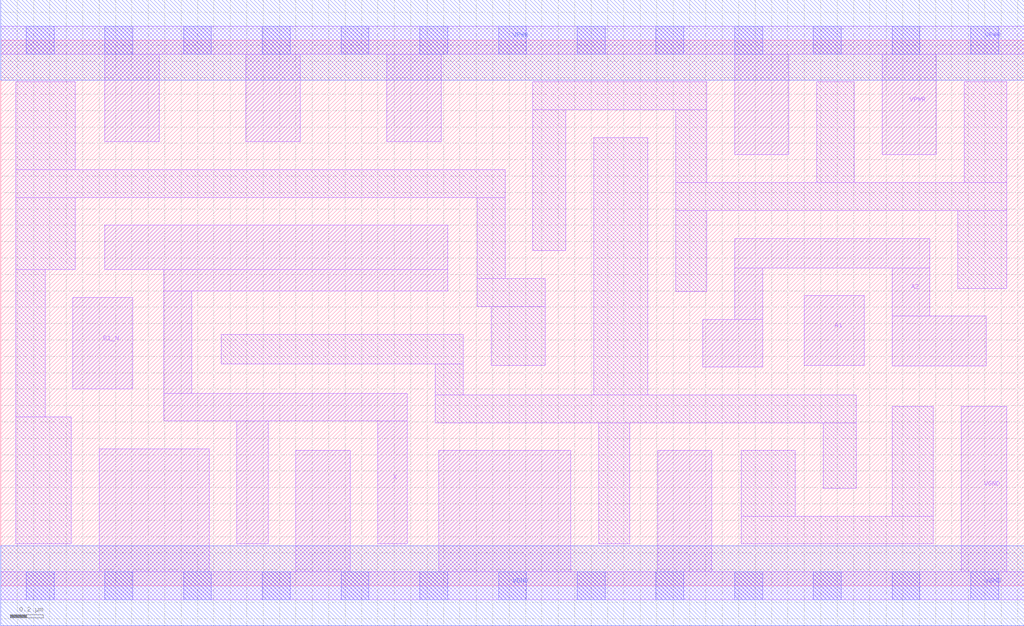
<source format=lef>
# Copyright 2020 The SkyWater PDK Authors
#
# Licensed under the Apache License, Version 2.0 (the "License");
# you may not use this file except in compliance with the License.
# You may obtain a copy of the License at
#
#     https://www.apache.org/licenses/LICENSE-2.0
#
# Unless required by applicable law or agreed to in writing, software
# distributed under the License is distributed on an "AS IS" BASIS,
# WITHOUT WARRANTIES OR CONDITIONS OF ANY KIND, either express or implied.
# See the License for the specific language governing permissions and
# limitations under the License.
#
# SPDX-License-Identifier: Apache-2.0

VERSION 5.7 ;
  NAMESCASESENSITIVE ON ;
  NOWIREEXTENSIONATPIN ON ;
  DIVIDERCHAR "/" ;
  BUSBITCHARS "[]" ;
UNITS
  DATABASE MICRONS 200 ;
END UNITS
MACRO sky130_fd_sc_lp__a21bo_4
  CLASS CORE ;
  SOURCE USER ;
  FOREIGN sky130_fd_sc_lp__a21bo_4 ;
  ORIGIN  0.000000  0.000000 ;
  SIZE  6.240000 BY  3.330000 ;
  SYMMETRY X Y R90 ;
  SITE unit ;
  PIN A1
    ANTENNAGATEAREA  0.630000 ;
    DIRECTION INPUT ;
    USE SIGNAL ;
    PORT
      LAYER li1 ;
        RECT 4.900000 1.345000 5.265000 1.770000 ;
    END
  END A1
  PIN A2
    ANTENNAGATEAREA  0.630000 ;
    DIRECTION INPUT ;
    USE SIGNAL ;
    PORT
      LAYER li1 ;
        RECT 4.280000 1.335000 4.645000 1.625000 ;
        RECT 4.475000 1.625000 4.645000 1.940000 ;
        RECT 4.475000 1.940000 5.665000 2.120000 ;
        RECT 5.435000 1.340000 6.010000 1.645000 ;
        RECT 5.435000 1.645000 5.665000 1.940000 ;
    END
  END A2
  PIN B1_N
    ANTENNAGATEAREA  0.315000 ;
    DIRECTION INPUT ;
    USE SIGNAL ;
    PORT
      LAYER li1 ;
        RECT 0.440000 1.200000 0.805000 1.760000 ;
    END
  END B1_N
  PIN X
    ANTENNADIFFAREA  1.184400 ;
    DIRECTION OUTPUT ;
    USE SIGNAL ;
    PORT
      LAYER li1 ;
        RECT 0.635000 1.930000 2.725000 2.200000 ;
        RECT 0.995000 1.005000 2.480000 1.175000 ;
        RECT 0.995000 1.175000 1.165000 1.800000 ;
        RECT 0.995000 1.800000 2.725000 1.930000 ;
        RECT 1.440000 0.255000 1.630000 1.005000 ;
        RECT 2.300000 0.255000 2.480000 1.005000 ;
    END
  END X
  PIN VGND
    DIRECTION INOUT ;
    USE GROUND ;
    PORT
      LAYER li1 ;
        RECT 0.000000 -0.085000 6.240000 0.085000 ;
        RECT 0.600000  0.085000 1.270000 0.835000 ;
        RECT 1.800000  0.085000 2.130000 0.825000 ;
        RECT 2.670000  0.085000 3.475000 0.825000 ;
        RECT 4.005000  0.085000 4.335000 0.825000 ;
        RECT 5.855000  0.085000 6.135000 1.095000 ;
      LAYER mcon ;
        RECT 0.155000 -0.085000 0.325000 0.085000 ;
        RECT 0.635000 -0.085000 0.805000 0.085000 ;
        RECT 1.115000 -0.085000 1.285000 0.085000 ;
        RECT 1.595000 -0.085000 1.765000 0.085000 ;
        RECT 2.075000 -0.085000 2.245000 0.085000 ;
        RECT 2.555000 -0.085000 2.725000 0.085000 ;
        RECT 3.035000 -0.085000 3.205000 0.085000 ;
        RECT 3.515000 -0.085000 3.685000 0.085000 ;
        RECT 3.995000 -0.085000 4.165000 0.085000 ;
        RECT 4.475000 -0.085000 4.645000 0.085000 ;
        RECT 4.955000 -0.085000 5.125000 0.085000 ;
        RECT 5.435000 -0.085000 5.605000 0.085000 ;
        RECT 5.915000 -0.085000 6.085000 0.085000 ;
      LAYER met1 ;
        RECT 0.000000 -0.245000 6.240000 0.245000 ;
    END
  END VGND
  PIN VPWR
    DIRECTION INOUT ;
    USE POWER ;
    PORT
      LAYER li1 ;
        RECT 0.000000 3.245000 6.240000 3.415000 ;
        RECT 0.635000 2.710000 0.965000 3.245000 ;
        RECT 1.495000 2.710000 1.825000 3.245000 ;
        RECT 2.355000 2.710000 2.685000 3.245000 ;
        RECT 4.475000 2.630000 4.805000 3.245000 ;
        RECT 5.375000 2.630000 5.705000 3.245000 ;
      LAYER mcon ;
        RECT 0.155000 3.245000 0.325000 3.415000 ;
        RECT 0.635000 3.245000 0.805000 3.415000 ;
        RECT 1.115000 3.245000 1.285000 3.415000 ;
        RECT 1.595000 3.245000 1.765000 3.415000 ;
        RECT 2.075000 3.245000 2.245000 3.415000 ;
        RECT 2.555000 3.245000 2.725000 3.415000 ;
        RECT 3.035000 3.245000 3.205000 3.415000 ;
        RECT 3.515000 3.245000 3.685000 3.415000 ;
        RECT 3.995000 3.245000 4.165000 3.415000 ;
        RECT 4.475000 3.245000 4.645000 3.415000 ;
        RECT 4.955000 3.245000 5.125000 3.415000 ;
        RECT 5.435000 3.245000 5.605000 3.415000 ;
        RECT 5.915000 3.245000 6.085000 3.415000 ;
      LAYER met1 ;
        RECT 0.000000 3.085000 6.240000 3.575000 ;
    END
  END VPWR
  OBS
    LAYER li1 ;
      RECT 0.090000 0.255000 0.430000 1.030000 ;
      RECT 0.090000 1.030000 0.270000 1.930000 ;
      RECT 0.090000 1.930000 0.455000 2.370000 ;
      RECT 0.090000 2.370000 3.075000 2.540000 ;
      RECT 0.090000 2.540000 0.455000 3.075000 ;
      RECT 1.345000 1.355000 2.820000 1.535000 ;
      RECT 2.650000 0.995000 5.215000 1.165000 ;
      RECT 2.650000 1.165000 2.820000 1.355000 ;
      RECT 2.905000 1.705000 3.320000 1.875000 ;
      RECT 2.905000 1.875000 3.075000 2.370000 ;
      RECT 2.990000 1.345000 3.320000 1.705000 ;
      RECT 3.245000 2.045000 3.445000 2.905000 ;
      RECT 3.245000 2.905000 4.305000 3.075000 ;
      RECT 3.615000 1.165000 3.945000 2.735000 ;
      RECT 3.645000 0.255000 3.835000 0.995000 ;
      RECT 4.115000 1.795000 4.305000 2.290000 ;
      RECT 4.115000 2.290000 6.135000 2.460000 ;
      RECT 4.115000 2.460000 4.305000 2.905000 ;
      RECT 4.515000 0.255000 5.685000 0.425000 ;
      RECT 4.515000 0.425000 4.845000 0.825000 ;
      RECT 4.975000 2.460000 5.205000 3.075000 ;
      RECT 5.015000 0.595000 5.215000 0.995000 ;
      RECT 5.435000 0.425000 5.685000 1.095000 ;
      RECT 5.835000 1.815000 6.135000 2.290000 ;
      RECT 5.875000 2.460000 6.135000 3.075000 ;
  END
END sky130_fd_sc_lp__a21bo_4

</source>
